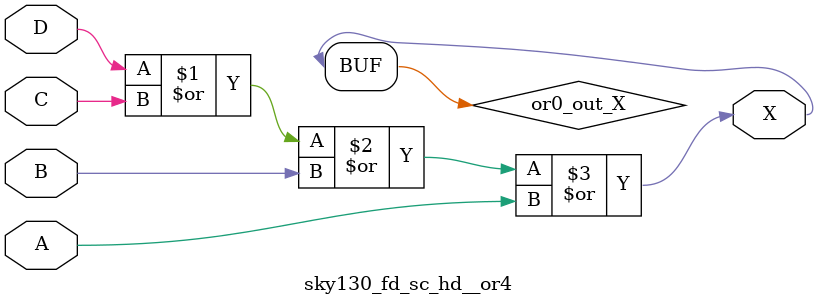
<source format=v>
/*
 * Copyright 2020 The SkyWater PDK Authors
 *
 * Licensed under the Apache License, Version 2.0 (the "License");
 * you may not use this file except in compliance with the License.
 * You may obtain a copy of the License at
 *
 *     https://www.apache.org/licenses/LICENSE-2.0
 *
 * Unless required by applicable law or agreed to in writing, software
 * distributed under the License is distributed on an "AS IS" BASIS,
 * WITHOUT WARRANTIES OR CONDITIONS OF ANY KIND, either express or implied.
 * See the License for the specific language governing permissions and
 * limitations under the License.
 *
 * SPDX-License-Identifier: Apache-2.0
*/


`ifndef SKY130_FD_SC_HD__OR4_FUNCTIONAL_V
`define SKY130_FD_SC_HD__OR4_FUNCTIONAL_V

/**
 * or4: 4-input OR.
 *
 * Verilog simulation functional model.
 */

`timescale 1ns / 1ps
`default_nettype none

`celldefine
module sky130_fd_sc_hd__or4 (
    X,
    A,
    B,
    C,
    D
);

    // Module ports
    output X;
    input  A;
    input  B;
    input  C;
    input  D;

    // Local signals
    wire or0_out_X;

    //  Name  Output     Other arguments
    or  or0  (or0_out_X, D, C, B, A     );
    buf buf0 (X        , or0_out_X      );

endmodule
`endcelldefine

`default_nettype wire
`endif  // SKY130_FD_SC_HD__OR4_FUNCTIONAL_V
</source>
